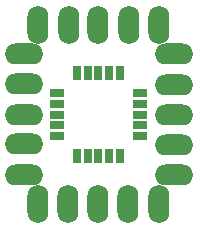
<source format=gbr>
%FSLAX33Y33*%
%MOMM*%
G04 EasyPC Gerber Version 15.0.4 Build 3016 *
%ADD81O,1.77800X3.25400*%
%ADD74R,0.65400X1.25400*%
%ADD80O,3.25400X1.77800*%
%ADD73R,1.25400X0.65400*%
X0Y0D02*
D02*
D73*
X21013Y22745D03*
Y23645D03*
Y24545D03*
Y25445D03*
Y26345D03*
X28013Y22745D03*
Y23645D03*
Y24545D03*
Y25445D03*
Y26345D03*
D02*
D74*
X22713Y21045D03*
Y28045D03*
X23613Y21045D03*
Y28045D03*
X24513Y21045D03*
Y28045D03*
X25413Y21045D03*
Y28045D03*
X26313Y21045D03*
Y28045D03*
D02*
D80*
X18213Y19445D03*
Y22045D03*
Y24545D03*
Y27145D03*
Y29645D03*
X30913Y19445D03*
Y21945D03*
Y24545D03*
Y27045D03*
Y29645D03*
D02*
D81*
X19413Y16945D03*
Y32145D03*
X21913Y16945D03*
X22013Y32145D03*
X24513Y16945D03*
Y32145D03*
X27013Y16945D03*
X27113Y32145D03*
X29613Y16945D03*
Y32145D03*
X0Y0D02*
M02*

</source>
